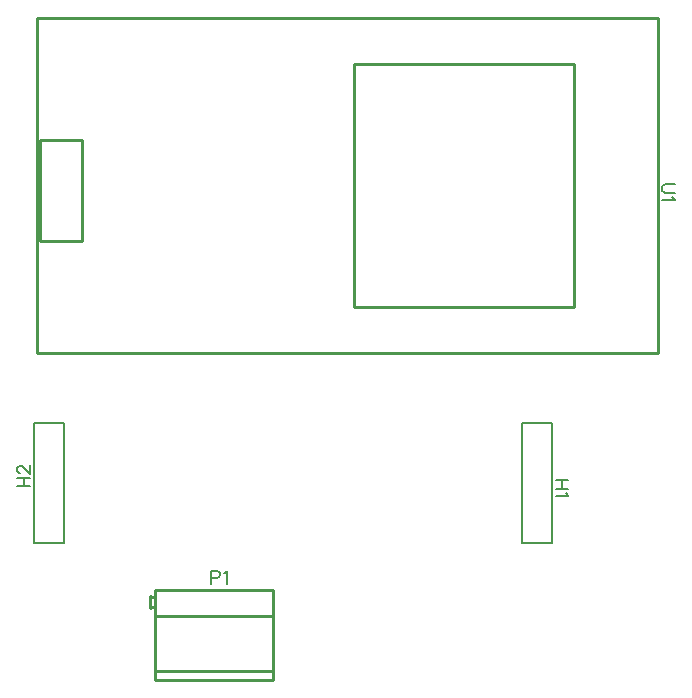
<source format=gto>
G04 Layer: TopSilkscreenLayer*
G04 EasyEDA v6.5.51, 2025-10-20 22:37:19*
G04 00cfa3d97b714e56bb817cb7b1a422d8,12abd119770744df9ef097ef44d34389,10*
G04 Gerber Generator version 0.2*
G04 Scale: 100 percent, Rotated: No, Reflected: No *
G04 Dimensions in millimeters *
G04 leading zeros omitted , absolute positions ,4 integer and 5 decimal *
%FSLAX45Y45*%
%MOMM*%

%ADD10C,0.1524*%
%ADD11C,0.2540*%
%ADD12C,0.2032*%
%ADD13C,0.2030*%
%ADD14C,0.0199*%

%LPD*%
D10*
X1944624Y-5296407D02*
G01*
X1944624Y-5405373D01*
X1944624Y-5296407D02*
G01*
X1991359Y-5296407D01*
X2006854Y-5301487D01*
X2012188Y-5306821D01*
X2017268Y-5317236D01*
X2017268Y-5332729D01*
X2012188Y-5343144D01*
X2006854Y-5348223D01*
X1991359Y-5353557D01*
X1944624Y-5353557D01*
X2051558Y-5317236D02*
G01*
X2061972Y-5311902D01*
X2077720Y-5296407D01*
X2077720Y-5405373D01*
X4969207Y-4529091D02*
G01*
X4860241Y-4529091D01*
X4969207Y-4601735D02*
G01*
X4860241Y-4601735D01*
X4917391Y-4529091D02*
G01*
X4917391Y-4601735D01*
X4948379Y-4636025D02*
G01*
X4953713Y-4646439D01*
X4969207Y-4662187D01*
X4860241Y-4662187D01*
X303784Y-4579891D02*
G01*
X412750Y-4579891D01*
X303784Y-4507247D02*
G01*
X412750Y-4507247D01*
X355600Y-4579891D02*
G01*
X355600Y-4507247D01*
X329692Y-4467623D02*
G01*
X324612Y-4467623D01*
X314197Y-4462543D01*
X308863Y-4457209D01*
X303784Y-4446795D01*
X303784Y-4426221D01*
X308863Y-4415807D01*
X314197Y-4410473D01*
X324612Y-4405393D01*
X335026Y-4405393D01*
X345439Y-4410473D01*
X360934Y-4420887D01*
X412750Y-4472957D01*
X412750Y-4400059D01*
X5868415Y-2019300D02*
G01*
X5790438Y-2019300D01*
X5774943Y-2024379D01*
X5764529Y-2034794D01*
X5759450Y-2050542D01*
X5759450Y-2060955D01*
X5764529Y-2076450D01*
X5774943Y-2086863D01*
X5790438Y-2091944D01*
X5868415Y-2091944D01*
X5847588Y-2126234D02*
G01*
X5852922Y-2136647D01*
X5868415Y-2152395D01*
X5759450Y-2152395D01*
D11*
X1468501Y-6139992D02*
G01*
X2468499Y-6139992D01*
X1467967Y-5525566D02*
G01*
X1428495Y-5508200D01*
X1428495Y-5608200D01*
X1467967Y-5588507D01*
X1468501Y-5458200D02*
G01*
X2468499Y-5458200D01*
X1468501Y-5458200D02*
G01*
X1468501Y-6218199D01*
X2468499Y-5458200D02*
G01*
X2468499Y-6218199D01*
X1468501Y-6218199D02*
G01*
X2468499Y-6218199D01*
X1468501Y-5678119D02*
G01*
X2468499Y-5678119D01*
D12*
X4828491Y-5062491D02*
G01*
X4574491Y-5062491D01*
X4574491Y-4046491D01*
X4828491Y-4046491D01*
X4828491Y-4236991D01*
D13*
X4828491Y-5062491D02*
G01*
X4828491Y-4236991D01*
D12*
X444500Y-4046491D02*
G01*
X698500Y-4046491D01*
X698500Y-5062491D01*
X444500Y-5062491D01*
X444500Y-4871991D01*
D13*
X444500Y-4046491D02*
G01*
X444500Y-4871991D01*
D11*
X5727700Y-615950D02*
G01*
X5727700Y-3448050D01*
X469900Y-3448050D01*
X469900Y-615950D01*
X5727700Y-615950D01*
X5016500Y-1003300D02*
G01*
X5016500Y-3060700D01*
X3149600Y-3060700D01*
X3149600Y-1003300D01*
X5016500Y-1003300D01*
X850900Y-1651000D02*
G01*
X850900Y-2501900D01*
X495300Y-2501900D01*
X495300Y-1651000D01*
X850900Y-1651000D01*
M02*

</source>
